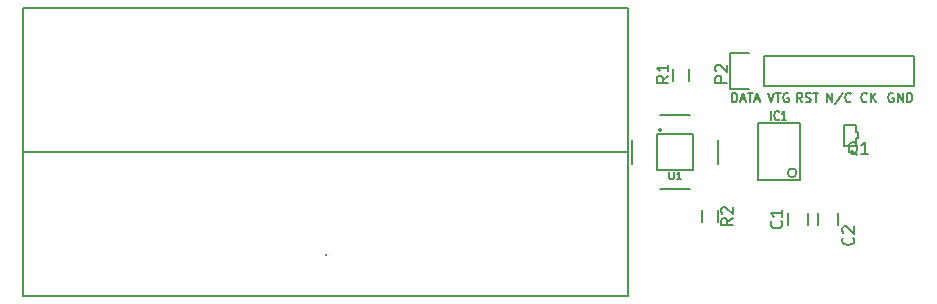
<source format=gto>
%FSLAX46Y46*%
G04 Gerber Fmt 4.6, Leading zero omitted, Abs format (unit mm)*
G04 Created by KiCad (PCBNEW (2014-jul-16 BZR unknown)-product) date Fri 27 Mar 2015 10:35:30 AM EDT*
%MOMM*%
G01*
G04 APERTURE LIST*
%ADD10C,0.100000*%
%ADD11C,0.127000*%
%ADD12C,0.150000*%
%ADD13C,0.203200*%
%ADD14C,0.158750*%
%ADD15C,0.160020*%
G04 APERTURE END LIST*
D10*
D11*
X190554428Y-72517000D02*
X190481857Y-72480714D01*
X190373000Y-72480714D01*
X190264143Y-72517000D01*
X190191571Y-72589571D01*
X190155286Y-72662143D01*
X190119000Y-72807286D01*
X190119000Y-72916143D01*
X190155286Y-73061286D01*
X190191571Y-73133857D01*
X190264143Y-73206429D01*
X190373000Y-73242714D01*
X190445571Y-73242714D01*
X190554428Y-73206429D01*
X190590714Y-73170143D01*
X190590714Y-72916143D01*
X190445571Y-72916143D01*
X190917286Y-73242714D02*
X190917286Y-72480714D01*
X191352714Y-73242714D01*
X191352714Y-72480714D01*
X191715572Y-73242714D02*
X191715572Y-72480714D01*
X191897000Y-72480714D01*
X192005857Y-72517000D01*
X192078429Y-72589571D01*
X192114714Y-72662143D01*
X192151000Y-72807286D01*
X192151000Y-72916143D01*
X192114714Y-73061286D01*
X192078429Y-73133857D01*
X192005857Y-73206429D01*
X191897000Y-73242714D01*
X191715572Y-73242714D01*
X184930143Y-73242714D02*
X184930143Y-72480714D01*
X185365571Y-73242714D01*
X185365571Y-72480714D01*
X186272714Y-72444429D02*
X185619571Y-73424143D01*
X186962143Y-73170143D02*
X186925857Y-73206429D01*
X186817000Y-73242714D01*
X186744429Y-73242714D01*
X186635572Y-73206429D01*
X186563000Y-73133857D01*
X186526715Y-73061286D01*
X186490429Y-72916143D01*
X186490429Y-72807286D01*
X186526715Y-72662143D01*
X186563000Y-72589571D01*
X186635572Y-72517000D01*
X186744429Y-72480714D01*
X186817000Y-72480714D01*
X186925857Y-72517000D01*
X186962143Y-72553286D01*
X188322857Y-73170143D02*
X188286571Y-73206429D01*
X188177714Y-73242714D01*
X188105143Y-73242714D01*
X187996286Y-73206429D01*
X187923714Y-73133857D01*
X187887429Y-73061286D01*
X187851143Y-72916143D01*
X187851143Y-72807286D01*
X187887429Y-72662143D01*
X187923714Y-72589571D01*
X187996286Y-72517000D01*
X188105143Y-72480714D01*
X188177714Y-72480714D01*
X188286571Y-72517000D01*
X188322857Y-72553286D01*
X188649429Y-73242714D02*
X188649429Y-72480714D01*
X189084857Y-73242714D02*
X188758286Y-72807286D01*
X189084857Y-72480714D02*
X188649429Y-72916143D01*
X182843715Y-73242714D02*
X182589715Y-72879857D01*
X182408287Y-73242714D02*
X182408287Y-72480714D01*
X182698572Y-72480714D01*
X182771144Y-72517000D01*
X182807429Y-72553286D01*
X182843715Y-72625857D01*
X182843715Y-72734714D01*
X182807429Y-72807286D01*
X182771144Y-72843571D01*
X182698572Y-72879857D01*
X182408287Y-72879857D01*
X183134001Y-73206429D02*
X183242858Y-73242714D01*
X183424287Y-73242714D01*
X183496858Y-73206429D01*
X183533144Y-73170143D01*
X183569429Y-73097571D01*
X183569429Y-73025000D01*
X183533144Y-72952429D01*
X183496858Y-72916143D01*
X183424287Y-72879857D01*
X183279144Y-72843571D01*
X183206572Y-72807286D01*
X183170287Y-72771000D01*
X183134001Y-72698429D01*
X183134001Y-72625857D01*
X183170287Y-72553286D01*
X183206572Y-72517000D01*
X183279144Y-72480714D01*
X183460572Y-72480714D01*
X183569429Y-72517000D01*
X183787143Y-72480714D02*
X184222572Y-72480714D01*
X184004858Y-73242714D02*
X184004858Y-72480714D01*
X176911001Y-73242714D02*
X176911001Y-72480714D01*
X177092429Y-72480714D01*
X177201286Y-72517000D01*
X177273858Y-72589571D01*
X177310143Y-72662143D01*
X177346429Y-72807286D01*
X177346429Y-72916143D01*
X177310143Y-73061286D01*
X177273858Y-73133857D01*
X177201286Y-73206429D01*
X177092429Y-73242714D01*
X176911001Y-73242714D01*
X177636715Y-73025000D02*
X177999572Y-73025000D01*
X177564143Y-73242714D02*
X177818143Y-72480714D01*
X178072143Y-73242714D01*
X178217286Y-72480714D02*
X178652715Y-72480714D01*
X178435001Y-73242714D02*
X178435001Y-72480714D01*
X178870429Y-73025000D02*
X179233286Y-73025000D01*
X178797857Y-73242714D02*
X179051857Y-72480714D01*
X179305857Y-73242714D01*
X179922714Y-72480714D02*
X180176714Y-73242714D01*
X180430714Y-72480714D01*
X180575857Y-72480714D02*
X181011286Y-72480714D01*
X180793572Y-73242714D02*
X180793572Y-72480714D01*
X181664428Y-72517000D02*
X181591857Y-72480714D01*
X181483000Y-72480714D01*
X181374143Y-72517000D01*
X181301571Y-72589571D01*
X181265286Y-72662143D01*
X181229000Y-72807286D01*
X181229000Y-72916143D01*
X181265286Y-73061286D01*
X181301571Y-73133857D01*
X181374143Y-73206429D01*
X181483000Y-73242714D01*
X181555571Y-73242714D01*
X181664428Y-73206429D01*
X181700714Y-73170143D01*
X181700714Y-72916143D01*
X181555571Y-72916143D01*
D12*
X181649000Y-82672300D02*
X181649000Y-83672300D01*
X183349000Y-83672300D02*
X183349000Y-82672300D01*
X184163600Y-82621500D02*
X184163600Y-83621500D01*
X185863600Y-83621500D02*
X185863600Y-82621500D01*
D13*
X179070000Y-79883000D02*
X179070000Y-75057000D01*
X179070000Y-75057000D02*
X182626000Y-75057000D01*
X182626000Y-75057000D02*
X182626000Y-79883000D01*
X182626000Y-79883000D02*
X179070000Y-79883000D01*
X182372000Y-79248000D02*
G75*
G03X182372000Y-79248000I-381000J0D01*
G74*
G01*
D12*
X168097200Y-77470000D02*
X168097200Y-65278000D01*
X168097200Y-65278000D02*
X162153600Y-65278000D01*
X116890800Y-77470000D02*
X116890800Y-65278000D01*
X116890800Y-65278000D02*
X162153600Y-65278000D01*
X116890800Y-77470000D02*
X116890800Y-89662000D01*
X116890800Y-89662000D02*
X162179000Y-89662000D01*
X163169600Y-89662000D02*
X168097200Y-89662000D01*
X168097200Y-77470000D02*
X168097200Y-89636600D01*
X142494000Y-77470000D02*
X116890800Y-77470000D01*
X116890800Y-77470000D02*
X116890800Y-77241400D01*
X142494000Y-77470000D02*
X168097200Y-77470000D01*
X162179000Y-89662000D02*
X163195000Y-89662000D01*
X142494000Y-86106000D02*
X142494000Y-86233000D01*
X166370000Y-77470000D02*
X142494000Y-77470000D01*
X171918000Y-71493000D02*
X171918000Y-70493000D01*
X173268000Y-70493000D02*
X173268000Y-71493000D01*
X175681000Y-82431000D02*
X175681000Y-83431000D01*
X174331000Y-83431000D02*
X174331000Y-82431000D01*
X173325000Y-74320000D02*
X170825000Y-74320000D01*
X173325000Y-80620000D02*
X170825000Y-80620000D01*
X168435000Y-76470000D02*
X168435000Y-78470000D01*
X175735000Y-76470000D02*
X175735000Y-78470000D01*
X170958178Y-75620000D02*
G75*
G03X170958178Y-75620000I-143178J0D01*
G74*
G01*
X173585000Y-75970000D02*
X173585000Y-78970000D01*
X173585000Y-78970000D02*
X170585000Y-78970000D01*
X170585000Y-78970000D02*
X170585000Y-75970000D01*
X170585000Y-75970000D02*
X173585000Y-75970000D01*
X179578000Y-69342000D02*
X192278000Y-69342000D01*
X192278000Y-69342000D02*
X192278000Y-71882000D01*
X192278000Y-71882000D02*
X179578000Y-71882000D01*
X176758000Y-69062000D02*
X178308000Y-69062000D01*
X179578000Y-69342000D02*
X179578000Y-71882000D01*
X178308000Y-72162000D02*
X176758000Y-72162000D01*
X176758000Y-72162000D02*
X176758000Y-69062000D01*
X187426600Y-76314300D02*
X187426600Y-76949300D01*
X187426600Y-76949300D02*
X186410600Y-76949300D01*
X186410600Y-75171300D02*
X187426600Y-75171300D01*
X187426600Y-75171300D02*
X187426600Y-75806300D01*
X187553600Y-76314300D02*
X187426600Y-76314300D01*
X187426600Y-75806300D02*
X187553600Y-75806300D01*
X186410600Y-76949300D02*
X186410600Y-75171300D01*
X187553600Y-75806300D02*
X187553600Y-76314300D01*
X181078143Y-83338966D02*
X181125762Y-83386585D01*
X181173381Y-83529442D01*
X181173381Y-83624680D01*
X181125762Y-83767538D01*
X181030524Y-83862776D01*
X180935286Y-83910395D01*
X180744810Y-83958014D01*
X180601952Y-83958014D01*
X180411476Y-83910395D01*
X180316238Y-83862776D01*
X180221000Y-83767538D01*
X180173381Y-83624680D01*
X180173381Y-83529442D01*
X180221000Y-83386585D01*
X180268619Y-83338966D01*
X181173381Y-82386585D02*
X181173381Y-82958014D01*
X181173381Y-82672300D02*
X180173381Y-82672300D01*
X180316238Y-82767538D01*
X180411476Y-82862776D01*
X180459095Y-82958014D01*
X187148743Y-84723266D02*
X187196362Y-84770885D01*
X187243981Y-84913742D01*
X187243981Y-85008980D01*
X187196362Y-85151838D01*
X187101124Y-85247076D01*
X187005886Y-85294695D01*
X186815410Y-85342314D01*
X186672552Y-85342314D01*
X186482076Y-85294695D01*
X186386838Y-85247076D01*
X186291600Y-85151838D01*
X186243981Y-85008980D01*
X186243981Y-84913742D01*
X186291600Y-84770885D01*
X186339219Y-84723266D01*
X186339219Y-84342314D02*
X186291600Y-84294695D01*
X186243981Y-84199457D01*
X186243981Y-83961361D01*
X186291600Y-83866123D01*
X186339219Y-83818504D01*
X186434457Y-83770885D01*
X186529695Y-83770885D01*
X186672552Y-83818504D01*
X187243981Y-84389933D01*
X187243981Y-83770885D01*
D14*
X180228119Y-74766714D02*
X180228119Y-74004714D01*
X180893358Y-74694143D02*
X180863120Y-74730429D01*
X180772405Y-74766714D01*
X180711929Y-74766714D01*
X180621215Y-74730429D01*
X180560739Y-74657857D01*
X180530500Y-74585286D01*
X180500262Y-74440143D01*
X180500262Y-74331286D01*
X180530500Y-74186143D01*
X180560739Y-74113571D01*
X180621215Y-74041000D01*
X180711929Y-74004714D01*
X180772405Y-74004714D01*
X180863120Y-74041000D01*
X180893358Y-74077286D01*
X181498120Y-74766714D02*
X181135262Y-74766714D01*
X181316691Y-74766714D02*
X181316691Y-74004714D01*
X181256215Y-74113571D01*
X181195739Y-74186143D01*
X181135262Y-74222429D01*
D15*
D12*
X171521381Y-71032666D02*
X171045190Y-71366000D01*
X171521381Y-71604095D02*
X170521381Y-71604095D01*
X170521381Y-71223142D01*
X170569000Y-71127904D01*
X170616619Y-71080285D01*
X170711857Y-71032666D01*
X170854714Y-71032666D01*
X170949952Y-71080285D01*
X170997571Y-71127904D01*
X171045190Y-71223142D01*
X171045190Y-71604095D01*
X171521381Y-70080285D02*
X171521381Y-70651714D01*
X171521381Y-70366000D02*
X170521381Y-70366000D01*
X170664238Y-70461238D01*
X170759476Y-70556476D01*
X170807095Y-70651714D01*
X176982381Y-83097666D02*
X176506190Y-83431000D01*
X176982381Y-83669095D02*
X175982381Y-83669095D01*
X175982381Y-83288142D01*
X176030000Y-83192904D01*
X176077619Y-83145285D01*
X176172857Y-83097666D01*
X176315714Y-83097666D01*
X176410952Y-83145285D01*
X176458571Y-83192904D01*
X176506190Y-83288142D01*
X176506190Y-83669095D01*
X176077619Y-82716714D02*
X176030000Y-82669095D01*
X175982381Y-82573857D01*
X175982381Y-82335761D01*
X176030000Y-82240523D01*
X176077619Y-82192904D01*
X176172857Y-82145285D01*
X176268095Y-82145285D01*
X176410952Y-82192904D01*
X176982381Y-82764333D01*
X176982381Y-82145285D01*
X171601190Y-79154262D02*
X171601190Y-79668310D01*
X171631429Y-79728786D01*
X171661667Y-79759024D01*
X171722143Y-79789262D01*
X171843095Y-79789262D01*
X171903571Y-79759024D01*
X171933810Y-79728786D01*
X171964048Y-79668310D01*
X171964048Y-79154262D01*
X172599048Y-79789262D02*
X172236190Y-79789262D01*
X172417619Y-79789262D02*
X172417619Y-79154262D01*
X172357143Y-79244976D01*
X172296667Y-79305452D01*
X172236190Y-79335690D01*
X176474381Y-71604095D02*
X175474381Y-71604095D01*
X175474381Y-71223142D01*
X175522000Y-71127904D01*
X175569619Y-71080285D01*
X175664857Y-71032666D01*
X175807714Y-71032666D01*
X175902952Y-71080285D01*
X175950571Y-71127904D01*
X175998190Y-71223142D01*
X175998190Y-71604095D01*
X175569619Y-70651714D02*
X175522000Y-70604095D01*
X175474381Y-70508857D01*
X175474381Y-70270761D01*
X175522000Y-70175523D01*
X175569619Y-70127904D01*
X175664857Y-70080285D01*
X175760095Y-70080285D01*
X175902952Y-70127904D01*
X176474381Y-70699333D01*
X176474381Y-70080285D01*
X187509162Y-77738219D02*
X187413924Y-77690600D01*
X187318686Y-77595362D01*
X187175829Y-77452505D01*
X187080590Y-77404886D01*
X186985352Y-77404886D01*
X187032971Y-77642981D02*
X186937733Y-77595362D01*
X186842495Y-77500124D01*
X186794876Y-77309648D01*
X186794876Y-76976314D01*
X186842495Y-76785838D01*
X186937733Y-76690600D01*
X187032971Y-76642981D01*
X187223448Y-76642981D01*
X187318686Y-76690600D01*
X187413924Y-76785838D01*
X187461543Y-76976314D01*
X187461543Y-77309648D01*
X187413924Y-77500124D01*
X187318686Y-77595362D01*
X187223448Y-77642981D01*
X187032971Y-77642981D01*
X188413924Y-77642981D02*
X187842495Y-77642981D01*
X188128209Y-77642981D02*
X188128209Y-76642981D01*
X188032971Y-76785838D01*
X187937733Y-76881076D01*
X187842495Y-76928695D01*
M02*

</source>
